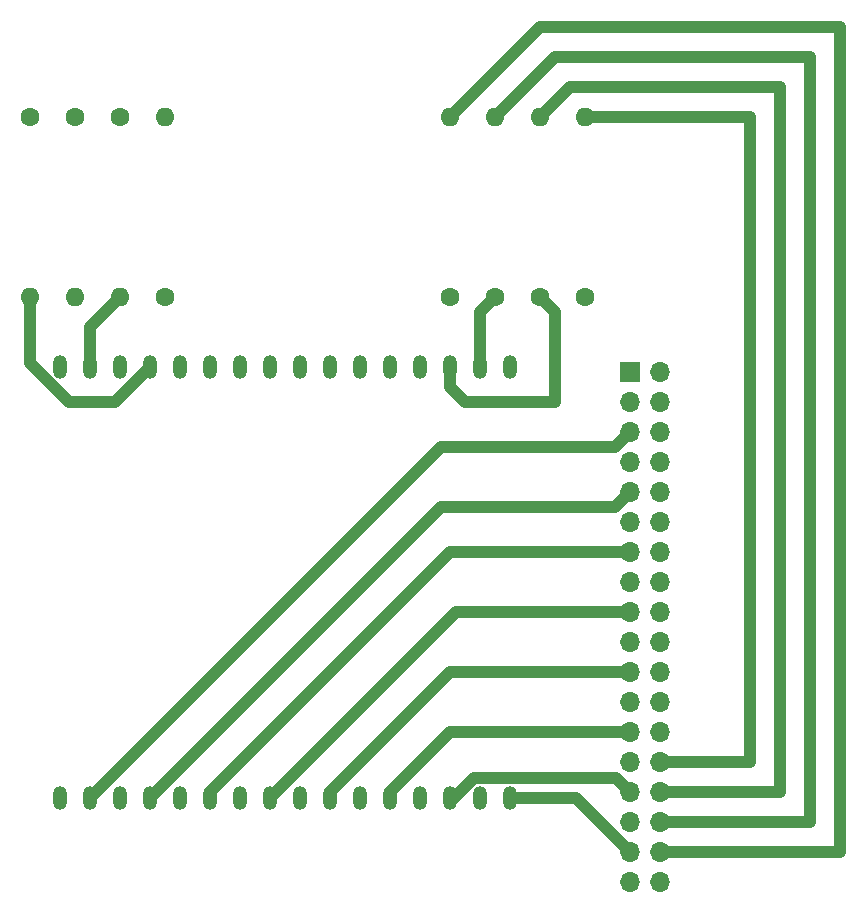
<source format=gbr>
%TF.GenerationSoftware,KiCad,Pcbnew,8.0.1-rc1*%
%TF.CreationDate,2024-05-10T09:17:23-04:00*%
%TF.ProjectId,KiCad LED matrix,4b694361-6420-44c4-9544-206d61747269,rev?*%
%TF.SameCoordinates,Original*%
%TF.FileFunction,Copper,L1,Top*%
%TF.FilePolarity,Positive*%
%FSLAX46Y46*%
G04 Gerber Fmt 4.6, Leading zero omitted, Abs format (unit mm)*
G04 Created by KiCad (PCBNEW 8.0.1-rc1) date 2024-05-10 09:17:23*
%MOMM*%
%LPD*%
G01*
G04 APERTURE LIST*
%TA.AperFunction,ComponentPad*%
%ADD10C,1.600000*%
%TD*%
%TA.AperFunction,ComponentPad*%
%ADD11O,1.600000X1.600000*%
%TD*%
%TA.AperFunction,ComponentPad*%
%ADD12O,1.700000X1.700000*%
%TD*%
%TA.AperFunction,ComponentPad*%
%ADD13R,1.700000X1.700000*%
%TD*%
%TA.AperFunction,ComponentPad*%
%ADD14O,1.200000X2.000000*%
%TD*%
%TA.AperFunction,Conductor*%
%ADD15C,1.000000*%
%TD*%
G04 APERTURE END LIST*
D10*
%TO.P,R3,1*%
%TO.N,Net-(J2-Pin_19)*%
X154940000Y-54610000D03*
D11*
%TO.P,R3,2*%
%TO.N,Net-(J1-Pin_19)*%
X154940000Y-69850000D03*
%TD*%
D12*
%TO.P,J2,1,Pin_1*%
%TO.N,Net-(J1-Pin_1)*%
X201930000Y-116840000D03*
%TO.P,J2,2,Pin_2*%
%TO.N,Net-(J1-Pin_2)*%
X201930000Y-114300000D03*
%TO.P,J2,3,Pin_3*%
%TO.N,Net-(J1-Pin_3)*%
X201930000Y-111760000D03*
%TO.P,J2,4,Pin_4*%
%TO.N,Net-(J1-Pin_4)*%
X201930000Y-109220000D03*
%TO.P,J2,5,Pin_5*%
%TO.N,Net-(J1-Pin_5)*%
X201930000Y-106680000D03*
%TO.P,J2,6,Pin_6*%
%TO.N,Net-(J1-Pin_6)*%
X201930000Y-104140000D03*
%TO.P,J2,7,Pin_7*%
%TO.N,Net-(J1-Pin_7)*%
X201930000Y-101600000D03*
%TO.P,J2,8,Pin_8*%
%TO.N,Net-(J1-Pin_8)*%
X201930000Y-99060000D03*
%TO.P,J2,9,Pin_9*%
%TO.N,Net-(J1-Pin_9)*%
X201930000Y-96520000D03*
%TO.P,J2,10,Pin_10*%
%TO.N,Net-(J1-Pin_10)*%
X201930000Y-93980000D03*
%TO.P,J2,11,Pin_11*%
%TO.N,Net-(J1-Pin_11)*%
X201930000Y-91440000D03*
%TO.P,J2,12,Pin_12*%
%TO.N,Net-(J1-Pin_12)*%
X201930000Y-88900000D03*
%TO.P,J2,13,Pin_13*%
%TO.N,Net-(J1-Pin_13)*%
X201930000Y-86360000D03*
%TO.P,J2,14,Pin_14*%
%TO.N,Net-(J1-Pin_14)*%
X201930000Y-83820000D03*
%TO.P,J2,15,Pin_15*%
%TO.N,Net-(J1-Pin_15)*%
X201930000Y-81280000D03*
%TO.P,J2,16,Pin_16*%
%TO.N,Net-(J1-Pin_16)*%
X201930000Y-78740000D03*
%TO.P,J2,17,Pin_17*%
%TO.N,Net-(J2-Pin_17)*%
X204470000Y-78740000D03*
%TO.P,J2,18,Pin_18*%
%TO.N,Net-(J2-Pin_18)*%
X204470000Y-81280000D03*
%TO.P,J2,19,Pin_19*%
%TO.N,Net-(J2-Pin_19)*%
X204470000Y-83820000D03*
%TO.P,J2,20,Pin_20*%
%TO.N,Net-(J2-Pin_20)*%
X204470000Y-86360000D03*
%TO.P,J2,21,Pin_21*%
%TO.N,Net-(J1-Pin_21)*%
X204470000Y-88900000D03*
%TO.P,J2,22,Pin_22*%
%TO.N,Net-(J1-Pin_22)*%
X204470000Y-91440000D03*
%TO.P,J2,23,Pin_23*%
%TO.N,Net-(J1-Pin_23)*%
X204470000Y-93980000D03*
%TO.P,J2,24,Pin_24*%
%TO.N,Net-(J1-Pin_24)*%
X204470000Y-96520000D03*
%TO.P,J2,25,Pin_25*%
%TO.N,Net-(J1-Pin_25)*%
X204470000Y-99060000D03*
%TO.P,J2,26,Pin_26*%
%TO.N,Net-(J1-Pin_26)*%
X204470000Y-101600000D03*
%TO.P,J2,27,Pin_27*%
%TO.N,Net-(J1-Pin_27)*%
X204470000Y-104140000D03*
%TO.P,J2,28,Pin_28*%
%TO.N,Net-(J1-Pin_28)*%
X204470000Y-106680000D03*
%TO.P,J2,29,Pin_29*%
%TO.N,Net-(J2-Pin_29)*%
X204470000Y-109220000D03*
%TO.P,J2,30,Pin_30*%
%TO.N,Net-(J2-Pin_30)*%
X204470000Y-111760000D03*
%TO.P,J2,31,Pin_31*%
%TO.N,Net-(J2-Pin_31)*%
X204470000Y-114300000D03*
%TO.P,J2,32,Pin_32*%
%TO.N,Net-(J2-Pin_32)*%
X204470000Y-116840000D03*
%TO.P,J2,GND,GND*%
%TO.N,unconnected-(J2-PadGND)*%
X201930000Y-119380000D03*
X204470000Y-119380000D03*
D13*
%TO.P,J2,PWR,PWR*%
%TO.N,unconnected-(J2-PadPWR)*%
X201930000Y-76200000D03*
D12*
X204470000Y-76200000D03*
%TD*%
D10*
%TO.P,R8,1*%
%TO.N,Net-(J1-Pin_32)*%
X186690000Y-69850000D03*
D11*
%TO.P,R8,2*%
%TO.N,Net-(J2-Pin_32)*%
X186690000Y-54610000D03*
%TD*%
D10*
%TO.P,R5,1*%
%TO.N,Net-(J1-Pin_29)*%
X198120000Y-69850000D03*
D11*
%TO.P,R5,2*%
%TO.N,Net-(J2-Pin_29)*%
X198120000Y-54610000D03*
%TD*%
D10*
%TO.P,R2,1*%
%TO.N,Net-(J2-Pin_18)*%
X158750000Y-54610000D03*
D11*
%TO.P,R2,2*%
%TO.N,Net-(J1-Pin_18)*%
X158750000Y-69850000D03*
%TD*%
D10*
%TO.P,R1,1*%
%TO.N,Net-(J1-Pin_17)*%
X162560000Y-69850000D03*
D11*
%TO.P,R1,2*%
%TO.N,Net-(J2-Pin_17)*%
X162560000Y-54610000D03*
%TD*%
D10*
%TO.P,R6,1*%
%TO.N,Net-(J1-Pin_30)*%
X194310000Y-69850000D03*
D11*
%TO.P,R6,2*%
%TO.N,Net-(J2-Pin_30)*%
X194310000Y-54610000D03*
%TD*%
D10*
%TO.P,R7,1*%
%TO.N,Net-(J1-Pin_31)*%
X190500000Y-69850000D03*
D11*
%TO.P,R7,2*%
%TO.N,Net-(J2-Pin_31)*%
X190500000Y-54610000D03*
%TD*%
D10*
%TO.P,R4,1*%
%TO.N,Net-(J2-Pin_20)*%
X151130000Y-54610000D03*
D11*
%TO.P,R4,2*%
%TO.N,Net-(J1-Pin_20)*%
X151130000Y-69850000D03*
%TD*%
D14*
%TO.P,J1,1,Pin_1*%
%TO.N,Net-(J1-Pin_1)*%
X191770000Y-112230000D03*
%TO.P,J1,2,Pin_2*%
%TO.N,Net-(J1-Pin_2)*%
X189230000Y-112230000D03*
%TO.P,J1,3,Pin_3*%
%TO.N,Net-(J1-Pin_3)*%
X186690000Y-112230000D03*
%TO.P,J1,4,Pin_4*%
%TO.N,Net-(J1-Pin_4)*%
X184150000Y-112230000D03*
%TO.P,J1,5,Pin_5*%
%TO.N,Net-(J1-Pin_5)*%
X181610000Y-112230000D03*
%TO.P,J1,6,Pin_6*%
%TO.N,Net-(J1-Pin_6)*%
X179070000Y-112230000D03*
%TO.P,J1,7,Pin_7*%
%TO.N,Net-(J1-Pin_7)*%
X176530000Y-112230000D03*
%TO.P,J1,8,Pin_8*%
%TO.N,Net-(J1-Pin_8)*%
X173990000Y-112230000D03*
%TO.P,J1,9,Pin_9*%
%TO.N,Net-(J1-Pin_9)*%
X171450000Y-112230000D03*
%TO.P,J1,10,Pin_10*%
%TO.N,Net-(J1-Pin_10)*%
X168910000Y-112230000D03*
%TO.P,J1,11,Pin_11*%
%TO.N,Net-(J1-Pin_11)*%
X166370000Y-112230000D03*
%TO.P,J1,12,Pin_12*%
%TO.N,Net-(J1-Pin_12)*%
X163830000Y-112230000D03*
%TO.P,J1,13,Pin_13*%
%TO.N,Net-(J1-Pin_13)*%
X161290000Y-112230000D03*
%TO.P,J1,14,Pin_14*%
%TO.N,Net-(J1-Pin_14)*%
X158750000Y-112230000D03*
%TO.P,J1,15,Pin_15*%
%TO.N,Net-(J1-Pin_15)*%
X156210000Y-112230000D03*
%TO.P,J1,16,Pin_16*%
%TO.N,Net-(J1-Pin_16)*%
X153670000Y-112230000D03*
%TO.P,J1,17,Pin_17*%
%TO.N,Net-(J1-Pin_17)*%
X153670000Y-75730000D03*
%TO.P,J1,18,Pin_18*%
%TO.N,Net-(J1-Pin_18)*%
X156210000Y-75730000D03*
%TO.P,J1,19,Pin_19*%
%TO.N,Net-(J1-Pin_19)*%
X158750000Y-75730000D03*
%TO.P,J1,20,Pin_20*%
%TO.N,Net-(J1-Pin_20)*%
X161290000Y-75730000D03*
%TO.P,J1,21,Pin_21*%
%TO.N,Net-(J1-Pin_21)*%
X163830000Y-75730000D03*
%TO.P,J1,22,Pin_22*%
%TO.N,Net-(J1-Pin_22)*%
X166370000Y-75730000D03*
%TO.P,J1,23,Pin_23*%
%TO.N,Net-(J1-Pin_23)*%
X168910000Y-75730000D03*
%TO.P,J1,24,Pin_24*%
%TO.N,Net-(J1-Pin_24)*%
X171450000Y-75730000D03*
%TO.P,J1,25,Pin_25*%
%TO.N,Net-(J1-Pin_25)*%
X173990000Y-75730000D03*
%TO.P,J1,26,Pin_26*%
%TO.N,Net-(J1-Pin_26)*%
X176530000Y-75730000D03*
%TO.P,J1,27,Pin_27*%
%TO.N,Net-(J1-Pin_27)*%
X179070000Y-75730000D03*
%TO.P,J1,28,Pin_28*%
%TO.N,Net-(J1-Pin_28)*%
X181610000Y-75730000D03*
%TO.P,J1,29,Pin_29*%
%TO.N,Net-(J1-Pin_29)*%
X184150000Y-75730000D03*
%TO.P,J1,30,Pin_30*%
%TO.N,Net-(J1-Pin_30)*%
X186690000Y-75730000D03*
%TO.P,J1,31,Pin_31*%
%TO.N,Net-(J1-Pin_31)*%
X189230000Y-75730000D03*
%TO.P,J1,32,Pin_32*%
%TO.N,Net-(J1-Pin_32)*%
X191770000Y-75730000D03*
%TD*%
D15*
%TO.N,Net-(J1-Pin_20)*%
X158280000Y-78740000D02*
X154441522Y-78740000D01*
X154441522Y-78740000D02*
X151130000Y-75428478D01*
X151130000Y-75428478D02*
X151130000Y-69850000D01*
X161290000Y-75730000D02*
X158280000Y-78740000D01*
%TO.N,Net-(J1-Pin_9)*%
X201930000Y-96520000D02*
X187160000Y-96520000D01*
X187160000Y-96520000D02*
X171450000Y-112230000D01*
%TO.N,Net-(J1-Pin_5)*%
X181610000Y-112230000D02*
X181610000Y-111760000D01*
X186690000Y-106680000D02*
X201930000Y-106680000D01*
X181610000Y-111760000D02*
X186690000Y-106680000D01*
%TO.N,Net-(J1-Pin_13)*%
X185890000Y-87630000D02*
X161290000Y-112230000D01*
X201930000Y-86360000D02*
X200660000Y-87630000D01*
X200660000Y-87630000D02*
X185890000Y-87630000D01*
%TO.N,Net-(J1-Pin_7)*%
X176530000Y-112230000D02*
X176530000Y-111760000D01*
X176530000Y-111760000D02*
X186690000Y-101600000D01*
X186690000Y-101600000D02*
X201930000Y-101600000D01*
%TO.N,Net-(J1-Pin_18)*%
X156210000Y-72390000D02*
X158750000Y-69850000D01*
X156210000Y-75730000D02*
X156210000Y-72390000D01*
%TO.N,Net-(J1-Pin_1)*%
X191770000Y-112230000D02*
X197320000Y-112230000D01*
X197320000Y-112230000D02*
X201930000Y-116840000D01*
%TO.N,Net-(J1-Pin_11)*%
X166370000Y-111760000D02*
X186690000Y-91440000D01*
X186690000Y-91440000D02*
X201930000Y-91440000D01*
X166370000Y-112230000D02*
X166370000Y-111760000D01*
%TO.N,Net-(J2-Pin_32)*%
X194310000Y-46990000D02*
X186690000Y-54610000D01*
X219710000Y-116840000D02*
X219710000Y-46990000D01*
X204470000Y-116840000D02*
X219710000Y-116840000D01*
X219710000Y-46990000D02*
X194310000Y-46990000D01*
%TO.N,Net-(J1-Pin_3)*%
X186991522Y-112230000D02*
X188691522Y-110530000D01*
X186690000Y-112230000D02*
X186991522Y-112230000D01*
X200700000Y-110530000D02*
X201930000Y-111760000D01*
X188691522Y-110530000D02*
X200700000Y-110530000D01*
%TO.N,Net-(J1-Pin_15)*%
X185890000Y-82550000D02*
X200660000Y-82550000D01*
X200660000Y-82550000D02*
X201930000Y-81280000D01*
X156210000Y-112230000D02*
X185890000Y-82550000D01*
%TO.N,Net-(J1-Pin_30)*%
X186690000Y-77470000D02*
X187960000Y-78740000D01*
X195580000Y-71120000D02*
X194310000Y-69850000D01*
X186690000Y-75730000D02*
X186690000Y-77470000D01*
X195580000Y-78740000D02*
X195580000Y-71120000D01*
X187960000Y-78740000D02*
X195580000Y-78740000D01*
%TO.N,Net-(J2-Pin_30)*%
X214630000Y-52070000D02*
X196850000Y-52070000D01*
X214630000Y-111760000D02*
X214630000Y-52070000D01*
X196850000Y-52070000D02*
X194310000Y-54610000D01*
X204470000Y-111760000D02*
X214630000Y-111760000D01*
%TO.N,Net-(J1-Pin_31)*%
X189230000Y-71120000D02*
X190500000Y-69850000D01*
X189230000Y-75730000D02*
X189230000Y-71120000D01*
%TO.N,Net-(J2-Pin_31)*%
X217170000Y-114300000D02*
X204470000Y-114300000D01*
X217170000Y-49530000D02*
X217170000Y-114300000D01*
X190500000Y-54610000D02*
X195580000Y-49530000D01*
X195580000Y-49530000D02*
X217170000Y-49530000D01*
%TO.N,Net-(J2-Pin_29)*%
X198120000Y-54610000D02*
X212090000Y-54610000D01*
X212090000Y-109220000D02*
X204470000Y-109220000D01*
X212090000Y-54610000D02*
X212090000Y-109220000D01*
%TD*%
M02*

</source>
